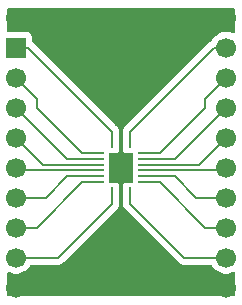
<source format=gtl>
G04 #@! TF.GenerationSoftware,KiCad,Pcbnew,9.0.6*
G04 #@! TF.CreationDate,2026-01-07T12:06:17-06:00*
G04 #@! TF.ProjectId,DHVQFN-16_4.15x3.65_P0.5,44485651-464e-42d3-9136-5f342e313578,rev?*
G04 #@! TF.SameCoordinates,Original*
G04 #@! TF.FileFunction,Copper,L1,Top*
G04 #@! TF.FilePolarity,Positive*
%FSLAX46Y46*%
G04 Gerber Fmt 4.6, Leading zero omitted, Abs format (unit mm)*
G04 Created by KiCad (PCBNEW 9.0.6) date 2026-01-07 12:06:17*
%MOMM*%
%LPD*%
G01*
G04 APERTURE LIST*
G04 #@! TA.AperFunction,SMDPad,CuDef*
%ADD10R,0.280000X1.200000*%
G04 #@! TD*
G04 #@! TA.AperFunction,SMDPad,CuDef*
%ADD11R,1.200000X0.280000*%
G04 #@! TD*
G04 #@! TA.AperFunction,ComponentPad*
%ADD12C,0.508000*%
G04 #@! TD*
G04 #@! TA.AperFunction,SMDPad,CuDef*
%ADD13R,2.050000X2.550000*%
G04 #@! TD*
G04 #@! TA.AperFunction,ComponentPad*
%ADD14C,1.700000*%
G04 #@! TD*
G04 #@! TA.AperFunction,ComponentPad*
%ADD15R,1.700000X1.700000*%
G04 #@! TD*
G04 #@! TA.AperFunction,ViaPad*
%ADD16C,0.600000*%
G04 #@! TD*
G04 #@! TA.AperFunction,Conductor*
%ADD17C,0.200000*%
G04 #@! TD*
G04 #@! TA.AperFunction,Conductor*
%ADD18C,0.300000*%
G04 #@! TD*
G04 APERTURE END LIST*
D10*
X132345999Y-110234300D03*
D11*
X131063001Y-111259300D03*
X131063001Y-111759299D03*
X131063001Y-112259300D03*
X131063001Y-112759300D03*
X131063001Y-113259301D03*
X131063001Y-113759300D03*
D10*
X132345999Y-114784300D03*
X133846001Y-114784300D03*
D11*
X135128999Y-113759300D03*
X135128999Y-113259301D03*
X135128999Y-112759300D03*
X135128999Y-112259300D03*
X135128999Y-111759299D03*
X135128999Y-111259300D03*
D10*
X133846001Y-110234300D03*
D12*
X132702300Y-111721900D03*
X132702300Y-112509300D03*
X132702300Y-113296700D03*
D13*
X133096000Y-112509300D03*
D12*
X133489700Y-111721900D03*
X133489700Y-112509300D03*
X133489700Y-113296700D03*
D14*
X124206000Y-99822000D03*
D15*
X124206000Y-102362000D03*
D14*
X124206000Y-104902000D03*
X124206000Y-107442000D03*
X124206000Y-109982000D03*
X124206000Y-112522000D03*
X124206000Y-115062000D03*
X124206000Y-117602000D03*
X124206000Y-120142000D03*
X124206000Y-122682000D03*
X141986000Y-99822000D03*
X141986000Y-102362000D03*
X141986000Y-104902000D03*
X141986000Y-107442000D03*
X141986000Y-109982000D03*
X141986000Y-112522000D03*
X141986000Y-115062000D03*
X141986000Y-117602000D03*
X141986000Y-120142000D03*
X141986000Y-122682000D03*
D16*
X133096000Y-118237000D03*
X133096000Y-106934000D03*
X133096000Y-100838000D03*
D17*
X136365300Y-113759300D02*
X140208000Y-117602000D01*
X140208000Y-117602000D02*
X141986000Y-117602000D01*
X135128999Y-113759300D02*
X136365300Y-113759300D01*
X131063001Y-111759299D02*
X128523299Y-111759299D01*
X128523299Y-111759299D02*
X124206000Y-107442000D01*
X128548699Y-113259301D02*
X126746000Y-115062000D01*
X126746000Y-115062000D02*
X124206000Y-115062000D01*
X131063001Y-113259301D02*
X128548699Y-113259301D01*
X127762000Y-120142000D02*
X124206000Y-120142000D01*
X132345999Y-114784300D02*
X132345999Y-115558001D01*
X132345999Y-115558001D02*
X127762000Y-120142000D01*
X132345999Y-110234300D02*
X132345999Y-109485999D01*
X125222000Y-102362000D02*
X124206000Y-102362000D01*
X132345999Y-109485999D02*
X125222000Y-102362000D01*
X131063001Y-113759300D02*
X129826700Y-113759300D01*
X125984000Y-117602000D02*
X124206000Y-117602000D01*
X129826700Y-113759300D02*
X125984000Y-117602000D01*
X125984000Y-106680000D02*
X124206000Y-104902000D01*
X125984000Y-107442000D02*
X125984000Y-106680000D01*
X129801300Y-111259300D02*
X125984000Y-107442000D01*
X131063001Y-111259300D02*
X129801300Y-111259300D01*
X124206000Y-105156000D02*
X124206000Y-104902000D01*
X138430000Y-120142000D02*
X141986000Y-120142000D01*
X133846001Y-115558001D02*
X138430000Y-120142000D01*
X133846001Y-114784300D02*
X133846001Y-115558001D01*
X135128999Y-111759299D02*
X137668701Y-111759299D01*
X137668701Y-111759299D02*
X141986000Y-107442000D01*
X140208000Y-106680000D02*
X141986000Y-104902000D01*
X135128999Y-111259300D02*
X136390700Y-111259300D01*
X136390700Y-111259300D02*
X140208000Y-107442000D01*
X140208000Y-107442000D02*
X140208000Y-106680000D01*
X131063001Y-112759300D02*
X124443300Y-112759300D01*
X124443300Y-112759300D02*
X124206000Y-112522000D01*
X126483300Y-112259300D02*
X124206000Y-109982000D01*
X131063001Y-112259300D02*
X126483300Y-112259300D01*
X135128999Y-112259300D02*
X139708700Y-112259300D01*
X139708700Y-112259300D02*
X141986000Y-109982000D01*
X141748700Y-112759300D02*
X141986000Y-112522000D01*
X135128999Y-112759300D02*
X141748700Y-112759300D01*
X135128999Y-113259301D02*
X137643301Y-113259301D01*
X139446000Y-115062000D02*
X141986000Y-115062000D01*
X137643301Y-113259301D02*
X139446000Y-115062000D01*
D18*
X133096000Y-112509300D02*
X133096000Y-106934000D01*
X133096000Y-118237000D02*
X133096000Y-112509300D01*
D17*
X140970000Y-102362000D02*
X141986000Y-102362000D01*
X133846001Y-110234300D02*
X133846001Y-109485999D01*
X133846001Y-109485999D02*
X140970000Y-102362000D01*
G04 #@! TA.AperFunction,Conductor*
G36*
X133155427Y-115427014D02*
G01*
X133204832Y-115476419D01*
X133212182Y-115492512D01*
X133237682Y-115560880D01*
X133245500Y-115604214D01*
X133245500Y-115637055D01*
X133245499Y-115637055D01*
X133286424Y-115789786D01*
X133308541Y-115828092D01*
X133308542Y-115828096D01*
X133308543Y-115828096D01*
X133365480Y-115926715D01*
X133365482Y-115926718D01*
X133484350Y-116045586D01*
X133484355Y-116045590D01*
X138061284Y-120622520D01*
X138061286Y-120622521D01*
X138061290Y-120622524D01*
X138198209Y-120701573D01*
X138198216Y-120701577D01*
X138350943Y-120742501D01*
X138350945Y-120742501D01*
X138516654Y-120742501D01*
X138516670Y-120742500D01*
X140700281Y-120742500D01*
X140767320Y-120762185D01*
X140810765Y-120810205D01*
X140830947Y-120849814D01*
X140830948Y-120849815D01*
X140955890Y-121021786D01*
X141106213Y-121172109D01*
X141278179Y-121297048D01*
X141278181Y-121297049D01*
X141278184Y-121297051D01*
X141467588Y-121393557D01*
X141669757Y-121459246D01*
X141879713Y-121492500D01*
X141879714Y-121492500D01*
X142092286Y-121492500D01*
X142092287Y-121492500D01*
X142302243Y-121459246D01*
X142504412Y-121393557D01*
X142575205Y-121357485D01*
X142643874Y-121344590D01*
X142708614Y-121370866D01*
X142748872Y-121427972D01*
X142755500Y-121467971D01*
X142755500Y-123290774D01*
X142735815Y-123357813D01*
X142683011Y-123403568D01*
X142631500Y-123414774D01*
X123560500Y-123414774D01*
X123493461Y-123395089D01*
X123447706Y-123342285D01*
X123436500Y-123290774D01*
X123436500Y-121467971D01*
X123456185Y-121400932D01*
X123508989Y-121355177D01*
X123578147Y-121345233D01*
X123616793Y-121357485D01*
X123687588Y-121393557D01*
X123889757Y-121459246D01*
X124099713Y-121492500D01*
X124099714Y-121492500D01*
X124312286Y-121492500D01*
X124312287Y-121492500D01*
X124522243Y-121459246D01*
X124724412Y-121393557D01*
X124913816Y-121297051D01*
X124935789Y-121281086D01*
X125085786Y-121172109D01*
X125085788Y-121172106D01*
X125085792Y-121172104D01*
X125236104Y-121021792D01*
X125236106Y-121021788D01*
X125236109Y-121021786D01*
X125294661Y-120941193D01*
X125361051Y-120849816D01*
X125361349Y-120849230D01*
X125381235Y-120810205D01*
X125429209Y-120759409D01*
X125491719Y-120742500D01*
X127675331Y-120742500D01*
X127675347Y-120742501D01*
X127682943Y-120742501D01*
X127841054Y-120742501D01*
X127841057Y-120742501D01*
X127993785Y-120701577D01*
X128043904Y-120672639D01*
X128130716Y-120622520D01*
X128242520Y-120510716D01*
X128242520Y-120510714D01*
X128252728Y-120500507D01*
X128252729Y-120500504D01*
X132826519Y-115926717D01*
X132905576Y-115789785D01*
X132946500Y-115637058D01*
X132946500Y-115604214D01*
X132949050Y-115595528D01*
X132947762Y-115586567D01*
X132954318Y-115560880D01*
X132979818Y-115492512D01*
X133021690Y-115436579D01*
X133087154Y-115412162D01*
X133155427Y-115427014D01*
G37*
G04 #@! TD.AperFunction*
G04 #@! TA.AperFunction,Conductor*
G36*
X133155426Y-110877012D02*
G01*
X133204832Y-110926417D01*
X133212182Y-110942512D01*
X133262203Y-111076628D01*
X133262207Y-111076635D01*
X133348453Y-111191844D01*
X133348456Y-111191847D01*
X133463665Y-111278093D01*
X133463672Y-111278097D01*
X133508619Y-111294861D01*
X133598518Y-111328391D01*
X133658128Y-111334800D01*
X133905036Y-111334799D01*
X133907237Y-111335445D01*
X133909462Y-111334878D01*
X133940594Y-111345239D01*
X133972074Y-111354483D01*
X133973577Y-111356217D01*
X133975756Y-111356943D01*
X133996343Y-111382491D01*
X134017829Y-111407287D01*
X134018605Y-111410118D01*
X134019596Y-111411347D01*
X134028325Y-111445545D01*
X134033754Y-111496045D01*
X134033754Y-111522549D01*
X134028499Y-111571426D01*
X134028499Y-111571429D01*
X134028499Y-111571432D01*
X134028499Y-111947168D01*
X134028500Y-111947173D01*
X134031257Y-111972823D01*
X134033753Y-111996041D01*
X134033754Y-111996045D01*
X134033754Y-112022550D01*
X134028499Y-112071427D01*
X134028499Y-112071430D01*
X134028499Y-112071433D01*
X134028499Y-112447169D01*
X134028500Y-112447174D01*
X134033754Y-112496046D01*
X134033754Y-112522550D01*
X134028499Y-112571427D01*
X134028499Y-112571430D01*
X134028499Y-112571433D01*
X134028499Y-112947169D01*
X134028500Y-112947174D01*
X134031257Y-112972824D01*
X134033753Y-112996042D01*
X134033754Y-112996046D01*
X134033754Y-113022551D01*
X134028499Y-113071428D01*
X134028499Y-113071431D01*
X134028499Y-113071434D01*
X134028499Y-113447170D01*
X134028500Y-113447175D01*
X134033754Y-113496046D01*
X134033753Y-113522554D01*
X134033753Y-113522557D01*
X134028323Y-113573057D01*
X134001585Y-113637607D01*
X133944192Y-113677455D01*
X133905034Y-113683800D01*
X133658131Y-113683800D01*
X133658124Y-113683801D01*
X133598517Y-113690208D01*
X133463672Y-113740502D01*
X133463665Y-113740506D01*
X133348456Y-113826752D01*
X133348453Y-113826755D01*
X133262207Y-113941964D01*
X133262203Y-113941971D01*
X133212182Y-114076087D01*
X133170311Y-114132021D01*
X133104847Y-114156438D01*
X133036574Y-114141587D01*
X132987168Y-114092181D01*
X132979818Y-114076087D01*
X132929796Y-113941971D01*
X132929792Y-113941964D01*
X132843546Y-113826755D01*
X132843543Y-113826752D01*
X132728334Y-113740506D01*
X132728327Y-113740502D01*
X132593481Y-113690208D01*
X132593482Y-113690208D01*
X132533882Y-113683801D01*
X132533880Y-113683800D01*
X132533872Y-113683800D01*
X132533864Y-113683800D01*
X132286965Y-113683800D01*
X132284762Y-113683153D01*
X132282538Y-113683721D01*
X132251392Y-113673354D01*
X132219926Y-113664115D01*
X132218423Y-113662381D01*
X132216244Y-113661656D01*
X132195644Y-113636092D01*
X132174171Y-113611311D01*
X132173394Y-113608481D01*
X132172404Y-113607252D01*
X132163675Y-113573054D01*
X132160857Y-113546846D01*
X132158246Y-113522552D01*
X132158246Y-113496050D01*
X132163501Y-113447174D01*
X132163500Y-113071429D01*
X132163499Y-113071427D01*
X132163499Y-113071412D01*
X132158246Y-113022555D01*
X132158246Y-112996046D01*
X132163501Y-112947173D01*
X132163500Y-112571428D01*
X132158246Y-112522552D01*
X132158246Y-112496046D01*
X132163501Y-112447173D01*
X132163500Y-112071428D01*
X132163499Y-112071426D01*
X132163499Y-112071411D01*
X132158246Y-112022554D01*
X132158246Y-111996045D01*
X132163501Y-111947172D01*
X132163500Y-111571427D01*
X132158246Y-111522551D01*
X132158247Y-111496047D01*
X132163677Y-111445543D01*
X132190415Y-111380992D01*
X132247807Y-111341144D01*
X132286966Y-111334799D01*
X132533870Y-111334799D01*
X132533871Y-111334799D01*
X132593482Y-111328391D01*
X132728330Y-111278096D01*
X132843545Y-111191846D01*
X132929795Y-111076631D01*
X132979818Y-110942511D01*
X133021689Y-110886578D01*
X133087153Y-110862161D01*
X133155426Y-110877012D01*
G37*
G04 #@! TD.AperFunction*
G04 #@! TA.AperFunction,Conductor*
G36*
X142698539Y-99035459D02*
G01*
X142744294Y-99088263D01*
X142755500Y-99139774D01*
X142755500Y-101036028D01*
X142735815Y-101103067D01*
X142683011Y-101148822D01*
X142613853Y-101158766D01*
X142575206Y-101146513D01*
X142504417Y-101110445D01*
X142504414Y-101110444D01*
X142504412Y-101110443D01*
X142302243Y-101044754D01*
X142302241Y-101044753D01*
X142302240Y-101044753D01*
X142140957Y-101019208D01*
X142092287Y-101011500D01*
X141879713Y-101011500D01*
X141831042Y-101019208D01*
X141669760Y-101044753D01*
X141467585Y-101110444D01*
X141278179Y-101206951D01*
X141106213Y-101331890D01*
X140955890Y-101482213D01*
X140830949Y-101654182D01*
X140779260Y-101755626D01*
X140766822Y-101768794D01*
X140758521Y-101784898D01*
X140731665Y-101806017D01*
X140731285Y-101806421D01*
X140730778Y-101806716D01*
X140703858Y-101822259D01*
X140688095Y-101831360D01*
X140644689Y-101856420D01*
X140601285Y-101881479D01*
X140601282Y-101881481D01*
X133365482Y-109117281D01*
X133365476Y-109117289D01*
X133323208Y-109190500D01*
X133323207Y-109190503D01*
X133323207Y-109190504D01*
X133286424Y-109254214D01*
X133245500Y-109406942D01*
X133245500Y-109406944D01*
X133245500Y-109414385D01*
X133242949Y-109423070D01*
X133244238Y-109432032D01*
X133237682Y-109457718D01*
X133212182Y-109526087D01*
X133170311Y-109582021D01*
X133104847Y-109606438D01*
X133036574Y-109591586D01*
X132987168Y-109542181D01*
X132979818Y-109526087D01*
X132954318Y-109457718D01*
X132946500Y-109414385D01*
X132946500Y-109406944D01*
X132946500Y-109406942D01*
X132905576Y-109254214D01*
X132868793Y-109190504D01*
X132868793Y-109190503D01*
X132826523Y-109117289D01*
X132826520Y-109117285D01*
X132826519Y-109117283D01*
X132714715Y-109005479D01*
X132714714Y-109005478D01*
X132710384Y-109001148D01*
X132710373Y-109001138D01*
X125709590Y-102000355D01*
X125702521Y-101993286D01*
X125702520Y-101993284D01*
X125592815Y-101883579D01*
X125559333Y-101822259D01*
X125556499Y-101795901D01*
X125556499Y-101464129D01*
X125556498Y-101464123D01*
X125550091Y-101404516D01*
X125499797Y-101269671D01*
X125499793Y-101269664D01*
X125413547Y-101154455D01*
X125413544Y-101154452D01*
X125298335Y-101068206D01*
X125298328Y-101068202D01*
X125163482Y-101017908D01*
X125163483Y-101017908D01*
X125103883Y-101011501D01*
X125103881Y-101011500D01*
X125103873Y-101011500D01*
X125103865Y-101011500D01*
X123560500Y-101011500D01*
X123493461Y-100991815D01*
X123447706Y-100939011D01*
X123436500Y-100887500D01*
X123436500Y-99139774D01*
X123456185Y-99072735D01*
X123508989Y-99026980D01*
X123560500Y-99015774D01*
X142631500Y-99015774D01*
X142698539Y-99035459D01*
G37*
G04 #@! TD.AperFunction*
M02*

</source>
